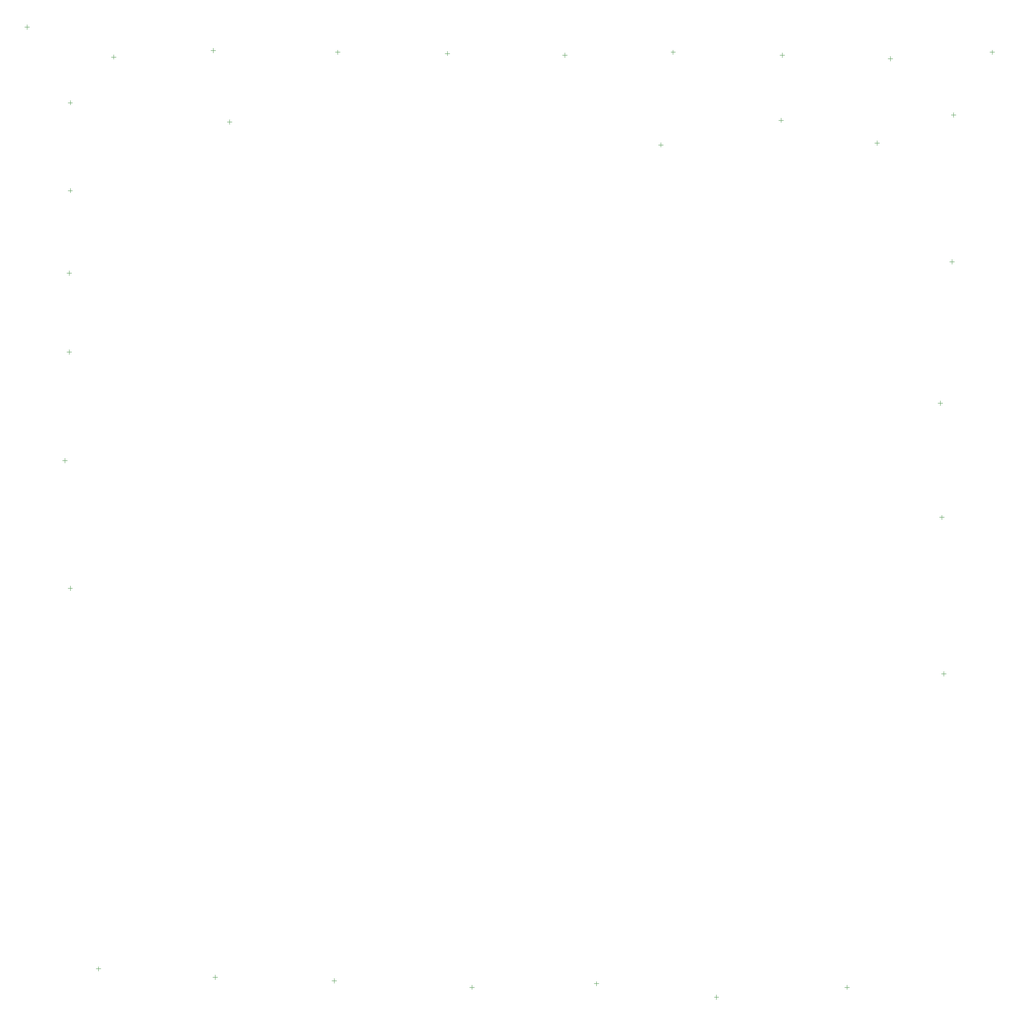
<source format=gbr>
%FSTAX25Y25*%
%MOIN*%
%SFA1B1*%

%IPPOS*%
%ADD48C,0.003937*%
G54D48*
X0049015Y0907047D02*
Y0910984D01*
X0047047Y0909015D02*
X0050984D01*
X0407992Y0884527D02*
Y0888464D01*
X0406023Y0886496D02*
X040996D01*
X0588543Y0808503D02*
X059248D01*
X0590511Y0806535D02*
Y0810472D01*
X0220039Y0827992D02*
X0223976D01*
X0222007Y0826023D02*
Y082996D01*
X0691023Y0829488D02*
X069496D01*
X0692992Y0827519D02*
Y0831456D01*
X0600944Y0885551D02*
Y0889488D01*
X0598976Y0887519D02*
X0602913D01*
X0508503Y0883031D02*
Y0886968D01*
X0506535Y0885D02*
X0510472D01*
X0314488Y0885551D02*
Y0889488D01*
X0312519Y0887519D02*
X0316456D01*
X0207992Y0887047D02*
Y0890984D01*
X0206023Y0889015D02*
X020996D01*
X0873582Y0885551D02*
Y0889488D01*
X0871614Y0887519D02*
X0875551D01*
X0775Y0808031D02*
Y0811968D01*
X0773031Y081D02*
X0776968D01*
X0637952Y0079015D02*
Y0082952D01*
X0635984Y0080984D02*
X0639921D01*
X0535511Y0090551D02*
Y0094488D01*
X0533543Y0092519D02*
X053748D01*
X0429015Y0087519D02*
Y0091456D01*
X0427047Y0089488D02*
X0430984D01*
X0311496Y0093031D02*
Y0096968D01*
X0309527Y0095D02*
X0313464D01*
X0209921Y0096023D02*
Y009996D01*
X0207952Y0097992D02*
X0211889D01*
X0749488Y0087519D02*
Y0091456D01*
X0747519Y0089488D02*
X0751456D01*
X0121023Y0883503D02*
X012496D01*
X0122992Y0881535D02*
Y0885472D01*
X0786496Y0880039D02*
Y0883976D01*
X0784527Y0882007D02*
X0788464D01*
X0694015Y0883031D02*
Y0886968D01*
X0692047Y0885D02*
X0695984D01*
X0108031Y0105196D02*
X0111968D01*
X011Y0103228D02*
Y0107165D01*
X0830039Y0357047D02*
X0833976D01*
X0832007Y0355078D02*
Y0359015D01*
X0828543Y0490511D02*
X083248D01*
X0830511Y0488543D02*
Y049248D01*
X0827047Y058807D02*
X0830984D01*
X0829015Y0586102D02*
Y0590039D01*
X0837047Y0708582D02*
X0840984D01*
X0839015Y0706614D02*
Y0710551D01*
X0838543Y0834015D02*
X084248D01*
X0840511Y0832047D02*
Y0835984D01*
X0084015Y0844488D02*
X0087952D01*
X0085984Y0842519D02*
Y0846456D01*
X0084015Y043D02*
X0087952D01*
X0085984Y0428031D02*
Y0431968D01*
X0083031Y0699015D02*
X0086968D01*
X0085Y0697047D02*
Y0700984D01*
X0084015Y0769488D02*
X0087952D01*
X0085984Y0767519D02*
Y0771456D01*
X0083031Y0631574D02*
X0086968D01*
X0085Y0629606D02*
Y0633543D01*
X0079527Y0539015D02*
X0083464D01*
X0081496Y0537047D02*
Y0540984D01*
M02*
</source>
